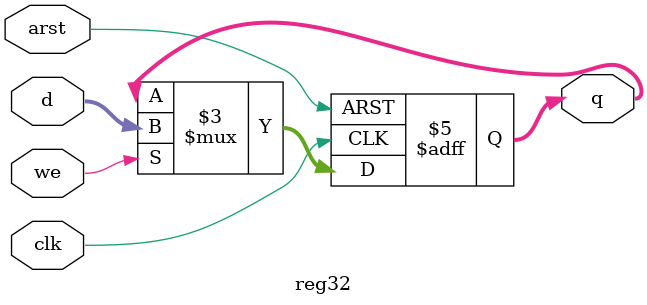
<source format=v>
`timescale 1ns / 1ps

module reg32
(
    input wire clk,         // Clock
    input wire arst,        // Asynchronous Reset
    input wire we,          // Write Enable
    input wire[31:0] d,     // Data Input
    output reg[31:0] q      // Data Output
);

always @(posedge clk or posedge arst)
begin
    if (arst)
        q <= 32'd0;
    else if (we)
        q <= d;
    else
        q <= q;
end
endmodule

</source>
